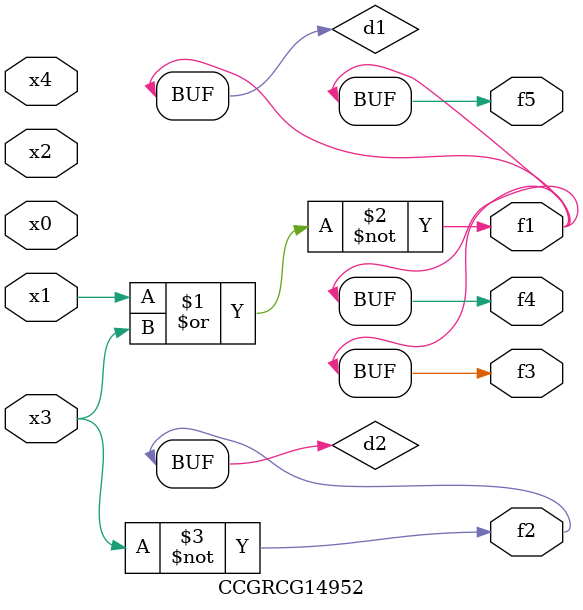
<source format=v>
module CCGRCG14952(
	input x0, x1, x2, x3, x4,
	output f1, f2, f3, f4, f5
);

	wire d1, d2;

	nor (d1, x1, x3);
	not (d2, x3);
	assign f1 = d1;
	assign f2 = d2;
	assign f3 = d1;
	assign f4 = d1;
	assign f5 = d1;
endmodule

</source>
